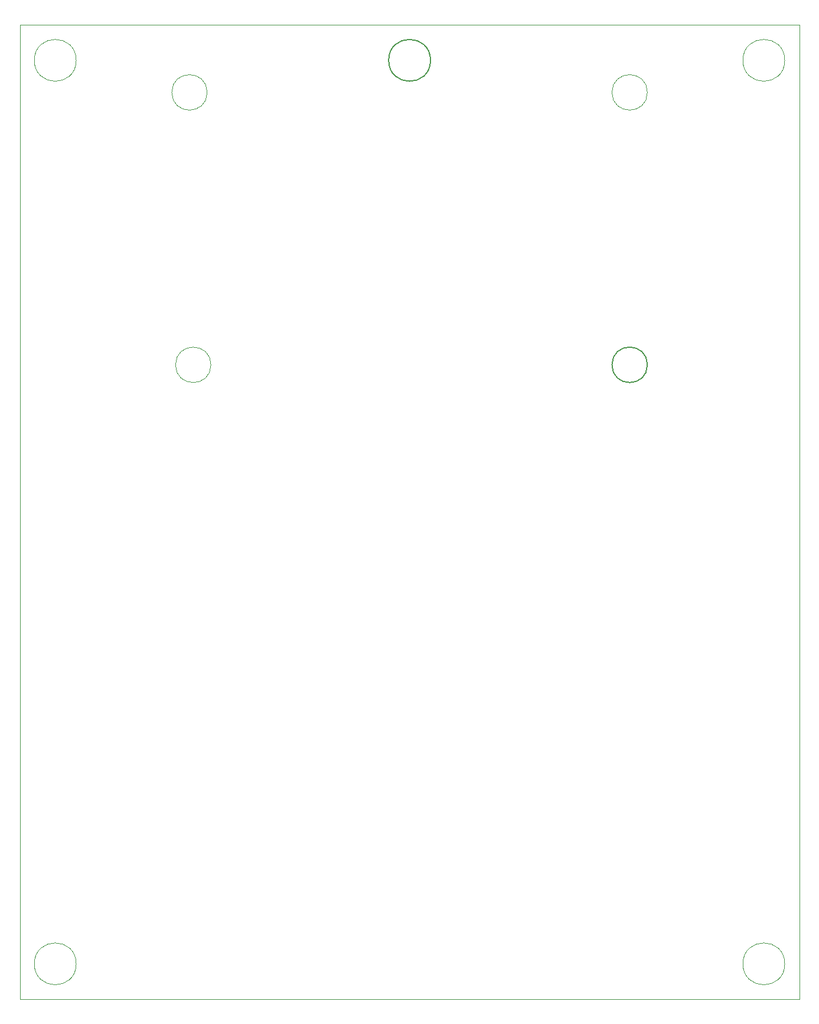
<source format=gm1>
G04 #@! TF.GenerationSoftware,KiCad,Pcbnew,7.0.7*
G04 #@! TF.CreationDate,2024-01-04T21:27:51+01:00*
G04 #@! TF.ProjectId,InternalPCB,496e7465-726e-4616-9c50-43422e6b6963,A*
G04 #@! TF.SameCoordinates,Original*
G04 #@! TF.FileFunction,Profile,NP*
%FSLAX46Y46*%
G04 Gerber Fmt 4.6, Leading zero omitted, Abs format (unit mm)*
G04 Created by KiCad (PCBNEW 7.0.7) date 2024-01-04 21:27:51*
%MOMM*%
%LPD*%
G01*
G04 APERTURE LIST*
G04 #@! TA.AperFunction,Profile*
%ADD10C,0.100000*%
G04 #@! TD*
G04 #@! TA.AperFunction,Profile*
%ADD11C,0.150000*%
G04 #@! TD*
G04 APERTURE END LIST*
D10*
X25400000Y-33020000D02*
X137160000Y-33020000D01*
X137160000Y-172720000D01*
X25400000Y-172720000D01*
X25400000Y-33020000D01*
X135080000Y-38100000D02*
G75*
G03*
X135080000Y-38100000I-3000000J0D01*
G01*
D11*
X84280000Y-38100000D02*
G75*
G03*
X84280000Y-38100000I-3000000J0D01*
G01*
D10*
X33480000Y-167640000D02*
G75*
G03*
X33480000Y-167640000I-3000000J0D01*
G01*
X52800000Y-81760000D02*
G75*
G03*
X52800000Y-81760000I-2540000J0D01*
G01*
D11*
X115380000Y-81760000D02*
G75*
G03*
X115380000Y-81760000I-2540000J0D01*
G01*
D10*
X52260000Y-42700000D02*
G75*
G03*
X52260000Y-42700000I-2540000J0D01*
G01*
X135080000Y-167640000D02*
G75*
G03*
X135080000Y-167640000I-3000000J0D01*
G01*
X33480000Y-38100000D02*
G75*
G03*
X33480000Y-38100000I-3000000J0D01*
G01*
X115380000Y-42700000D02*
G75*
G03*
X115380000Y-42700000I-2540000J0D01*
G01*
M02*

</source>
